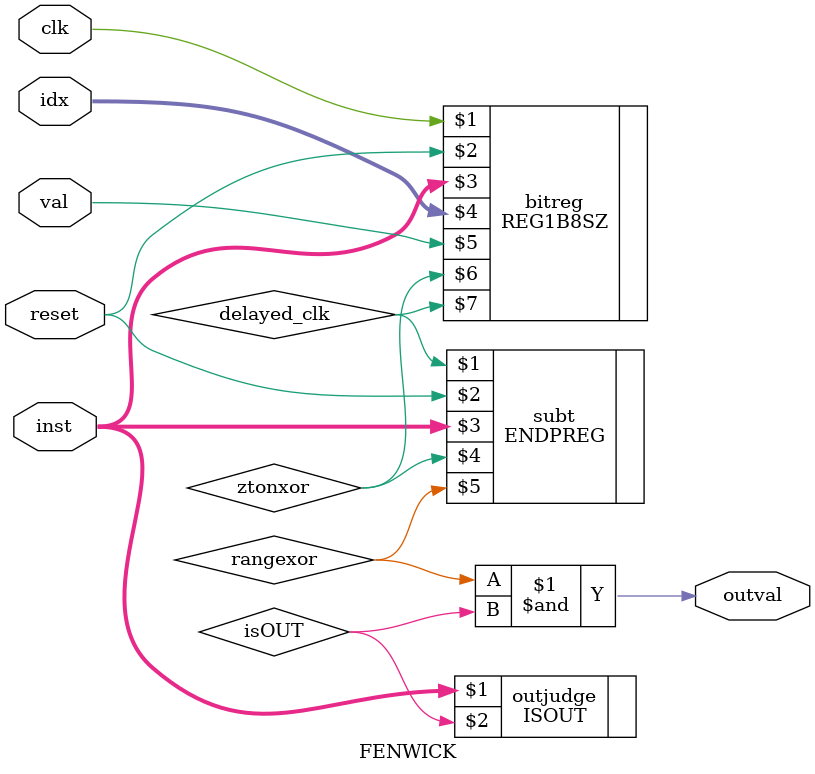
<source format=v>
module FENWICK(
	input wire clk,
	input wire reset,
	input wire[1:0] inst,
	input wire[2:0] idx,
	input wire val,
	output wire outval
	);

	wire delayed_clk, rangexor, isOUT;
	ISOUT outjudge(inst, isOUT);

	REG1B8SZ bitreg(clk, reset, inst, idx, val, ztonxor, delayed_clk);
	ENDPREG subt(delayed_clk, reset, inst, ztonxor, rangexor);
	assign outval = rangexor & isOUT;
	
endmodule

</source>
